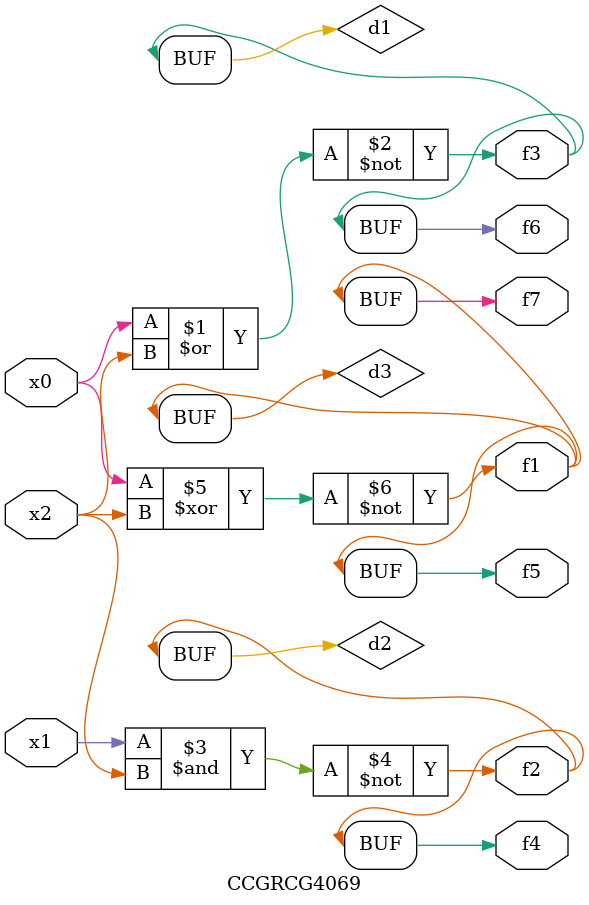
<source format=v>
module CCGRCG4069(
	input x0, x1, x2,
	output f1, f2, f3, f4, f5, f6, f7
);

	wire d1, d2, d3;

	nor (d1, x0, x2);
	nand (d2, x1, x2);
	xnor (d3, x0, x2);
	assign f1 = d3;
	assign f2 = d2;
	assign f3 = d1;
	assign f4 = d2;
	assign f5 = d3;
	assign f6 = d1;
	assign f7 = d3;
endmodule

</source>
